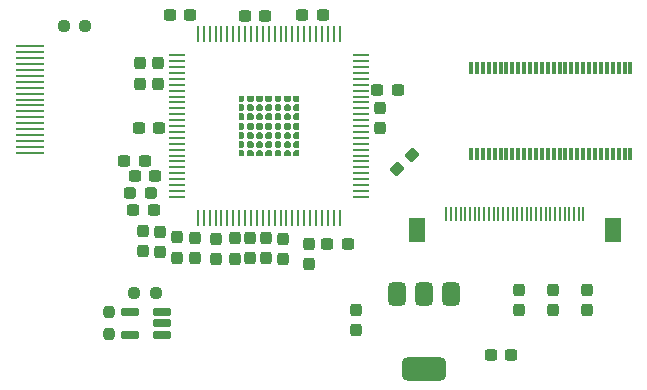
<source format=gtp>
G04 #@! TF.GenerationSoftware,KiCad,Pcbnew,8.0.4*
G04 #@! TF.CreationDate,2024-08-03T17:03:47+02:00*
G04 #@! TF.ProjectId,koyomi-hdmi-lvds,6b6f796f-6d69-42d6-9864-6d692d6c7664,rev?*
G04 #@! TF.SameCoordinates,Original*
G04 #@! TF.FileFunction,Paste,Top*
G04 #@! TF.FilePolarity,Positive*
%FSLAX46Y46*%
G04 Gerber Fmt 4.6, Leading zero omitted, Abs format (unit mm)*
G04 Created by KiCad (PCBNEW 8.0.4) date 2024-08-03 17:03:47*
%MOMM*%
%LPD*%
G01*
G04 APERTURE LIST*
G04 Aperture macros list*
%AMRoundRect*
0 Rectangle with rounded corners*
0 $1 Rounding radius*
0 $2 $3 $4 $5 $6 $7 $8 $9 X,Y pos of 4 corners*
0 Add a 4 corners polygon primitive as box body*
4,1,4,$2,$3,$4,$5,$6,$7,$8,$9,$2,$3,0*
0 Add four circle primitives for the rounded corners*
1,1,$1+$1,$2,$3*
1,1,$1+$1,$4,$5*
1,1,$1+$1,$6,$7*
1,1,$1+$1,$8,$9*
0 Add four rect primitives between the rounded corners*
20,1,$1+$1,$2,$3,$4,$5,0*
20,1,$1+$1,$4,$5,$6,$7,0*
20,1,$1+$1,$6,$7,$8,$9,0*
20,1,$1+$1,$8,$9,$2,$3,0*%
G04 Aperture macros list end*
%ADD10C,0.000000*%
%ADD11RoundRect,0.237500X0.300000X0.237500X-0.300000X0.237500X-0.300000X-0.237500X0.300000X-0.237500X0*%
%ADD12O,2.400000X0.250000*%
%ADD13RoundRect,0.237500X-0.250000X-0.237500X0.250000X-0.237500X0.250000X0.237500X-0.250000X0.237500X0*%
%ADD14RoundRect,0.162500X0.617500X0.162500X-0.617500X0.162500X-0.617500X-0.162500X0.617500X-0.162500X0*%
%ADD15RoundRect,0.237500X-0.237500X0.300000X-0.237500X-0.300000X0.237500X-0.300000X0.237500X0.300000X0*%
%ADD16RoundRect,0.237500X-0.237500X0.250000X-0.237500X-0.250000X0.237500X-0.250000X0.237500X0.250000X0*%
%ADD17RoundRect,0.237500X0.237500X-0.287500X0.237500X0.287500X-0.237500X0.287500X-0.237500X-0.287500X0*%
%ADD18RoundRect,0.237500X0.237500X-0.300000X0.237500X0.300000X-0.237500X0.300000X-0.237500X-0.300000X0*%
%ADD19RoundRect,0.375000X-0.375000X0.625000X-0.375000X-0.625000X0.375000X-0.625000X0.375000X0.625000X0*%
%ADD20RoundRect,0.500000X-1.400000X0.500000X-1.400000X-0.500000X1.400000X-0.500000X1.400000X0.500000X0*%
%ADD21RoundRect,0.237500X-0.300000X-0.237500X0.300000X-0.237500X0.300000X0.237500X-0.300000X0.237500X0*%
%ADD22RoundRect,0.237500X0.250000X0.237500X-0.250000X0.237500X-0.250000X-0.237500X0.250000X-0.237500X0*%
%ADD23R,0.279400X1.353299*%
%ADD24R,1.353299X0.279400*%
%ADD25RoundRect,0.237500X-0.044194X-0.380070X0.380070X0.044194X0.044194X0.380070X-0.380070X-0.044194X0*%
%ADD26RoundRect,0.237500X-0.287500X-0.237500X0.287500X-0.237500X0.287500X0.237500X-0.287500X0.237500X0*%
%ADD27R,0.200000X1.200000*%
%ADD28R,1.400000X2.000000*%
%ADD29RoundRect,0.009000X-0.141000X0.491000X-0.141000X-0.491000X0.141000X-0.491000X0.141000X0.491000X0*%
G04 APERTURE END LIST*
D10*
G36*
X95727448Y-56600078D02*
G01*
X95586027Y-56741499D01*
X95270878Y-56741499D01*
X95270878Y-56284929D01*
X95727448Y-56284929D01*
X95727448Y-56600078D01*
G37*
G36*
X95727448Y-61019920D02*
G01*
X95727448Y-61335069D01*
X95270878Y-61335069D01*
X95270878Y-60878499D01*
X95586027Y-60878499D01*
X95727448Y-61019920D01*
G37*
G36*
X100321018Y-56741499D02*
G01*
X100005869Y-56741499D01*
X99864448Y-56600078D01*
X99864448Y-56284929D01*
X100321018Y-56284929D01*
X100321018Y-56741499D01*
G37*
G36*
X100321018Y-61335069D02*
G01*
X99864448Y-61335069D01*
X99864448Y-61019920D01*
X100005869Y-60878499D01*
X100321018Y-60878499D01*
X100321018Y-61335069D01*
G37*
G36*
X95727448Y-57082920D02*
G01*
X95727448Y-57387478D01*
X95586027Y-57528899D01*
X95270878Y-57528899D01*
X95270878Y-56941499D01*
X95586027Y-56941499D01*
X95727448Y-57082920D01*
G37*
G36*
X95727448Y-57870320D02*
G01*
X95727448Y-58174878D01*
X95586027Y-58316299D01*
X95270878Y-58316299D01*
X95270878Y-57728899D01*
X95586027Y-57728899D01*
X95727448Y-57870320D01*
G37*
G36*
X95727448Y-58657720D02*
G01*
X95727448Y-58962278D01*
X95586027Y-59103699D01*
X95270878Y-59103699D01*
X95270878Y-58516299D01*
X95586027Y-58516299D01*
X95727448Y-58657720D01*
G37*
G36*
X95727448Y-59445120D02*
G01*
X95727448Y-59749678D01*
X95586027Y-59891099D01*
X95270878Y-59891099D01*
X95270878Y-59303699D01*
X95586027Y-59303699D01*
X95727448Y-59445120D01*
G37*
G36*
X95727448Y-60232520D02*
G01*
X95727448Y-60537078D01*
X95586027Y-60678499D01*
X95270878Y-60678499D01*
X95270878Y-60091099D01*
X95586027Y-60091099D01*
X95727448Y-60232520D01*
G37*
G36*
X96514848Y-56600078D02*
G01*
X96373427Y-56741499D01*
X96068869Y-56741499D01*
X95927448Y-56600078D01*
X95927448Y-56284929D01*
X96514848Y-56284929D01*
X96514848Y-56600078D01*
G37*
G36*
X96514848Y-61019920D02*
G01*
X96514848Y-61335069D01*
X95927448Y-61335069D01*
X95927448Y-61019920D01*
X96068869Y-60878499D01*
X96373427Y-60878499D01*
X96514848Y-61019920D01*
G37*
G36*
X97302248Y-56600078D02*
G01*
X97160827Y-56741499D01*
X96856269Y-56741499D01*
X96714848Y-56600078D01*
X96714848Y-56284929D01*
X97302248Y-56284929D01*
X97302248Y-56600078D01*
G37*
G36*
X97302248Y-61019920D02*
G01*
X97302248Y-61335069D01*
X96714848Y-61335069D01*
X96714848Y-61019920D01*
X96856269Y-60878499D01*
X97160827Y-60878499D01*
X97302248Y-61019920D01*
G37*
G36*
X98089648Y-56600078D02*
G01*
X97948227Y-56741499D01*
X97643669Y-56741499D01*
X97502248Y-56600078D01*
X97502248Y-56284929D01*
X98089648Y-56284929D01*
X98089648Y-56600078D01*
G37*
G36*
X98089648Y-61019920D02*
G01*
X98089648Y-61335069D01*
X97502248Y-61335069D01*
X97502248Y-61019920D01*
X97643669Y-60878499D01*
X97948227Y-60878499D01*
X98089648Y-61019920D01*
G37*
G36*
X98877048Y-56600078D02*
G01*
X98735627Y-56741499D01*
X98431069Y-56741499D01*
X98289648Y-56600078D01*
X98289648Y-56284929D01*
X98877048Y-56284929D01*
X98877048Y-56600078D01*
G37*
G36*
X98877048Y-61019920D02*
G01*
X98877048Y-61335069D01*
X98289648Y-61335069D01*
X98289648Y-61019920D01*
X98431069Y-60878499D01*
X98735627Y-60878499D01*
X98877048Y-61019920D01*
G37*
G36*
X99664448Y-56600078D02*
G01*
X99523027Y-56741499D01*
X99218469Y-56741499D01*
X99077048Y-56600078D01*
X99077048Y-56284929D01*
X99664448Y-56284929D01*
X99664448Y-56600078D01*
G37*
G36*
X99664448Y-61019920D02*
G01*
X99664448Y-61335069D01*
X99077048Y-61335069D01*
X99077048Y-61019920D01*
X99218469Y-60878499D01*
X99523027Y-60878499D01*
X99664448Y-61019920D01*
G37*
G36*
X100321018Y-57528899D02*
G01*
X100005869Y-57528899D01*
X99864448Y-57387478D01*
X99864448Y-57082920D01*
X100005869Y-56941499D01*
X100321018Y-56941499D01*
X100321018Y-57528899D01*
G37*
G36*
X100321018Y-58316299D02*
G01*
X100005869Y-58316299D01*
X99864448Y-58174878D01*
X99864448Y-57870320D01*
X100005869Y-57728899D01*
X100321018Y-57728899D01*
X100321018Y-58316299D01*
G37*
G36*
X100321018Y-59103699D02*
G01*
X100005869Y-59103699D01*
X99864448Y-58962278D01*
X99864448Y-58657720D01*
X100005869Y-58516299D01*
X100321018Y-58516299D01*
X100321018Y-59103699D01*
G37*
G36*
X100321018Y-59891099D02*
G01*
X100005869Y-59891099D01*
X99864448Y-59749678D01*
X99864448Y-59445120D01*
X100005869Y-59303699D01*
X100321018Y-59303699D01*
X100321018Y-59891099D01*
G37*
G36*
X100321018Y-60678499D02*
G01*
X100005869Y-60678499D01*
X99864448Y-60537078D01*
X99864448Y-60232520D01*
X100005869Y-60091099D01*
X100321018Y-60091099D01*
X100321018Y-60678499D01*
G37*
G36*
X96514848Y-57082920D02*
G01*
X96514848Y-57387478D01*
X96373427Y-57528899D01*
X96068869Y-57528899D01*
X95927448Y-57387478D01*
X95927448Y-57082920D01*
X96068869Y-56941499D01*
X96373427Y-56941499D01*
X96514848Y-57082920D01*
G37*
G36*
X96514848Y-57870320D02*
G01*
X96514848Y-58174878D01*
X96373427Y-58316299D01*
X96068869Y-58316299D01*
X95927448Y-58174878D01*
X95927448Y-57870320D01*
X96068869Y-57728899D01*
X96373427Y-57728899D01*
X96514848Y-57870320D01*
G37*
G36*
X96514848Y-58657720D02*
G01*
X96514848Y-58962278D01*
X96373427Y-59103699D01*
X96068869Y-59103699D01*
X95927448Y-58962278D01*
X95927448Y-58657720D01*
X96068869Y-58516299D01*
X96373427Y-58516299D01*
X96514848Y-58657720D01*
G37*
G36*
X96514848Y-59445120D02*
G01*
X96514848Y-59749678D01*
X96373427Y-59891099D01*
X96068869Y-59891099D01*
X95927448Y-59749678D01*
X95927448Y-59445120D01*
X96068869Y-59303699D01*
X96373427Y-59303699D01*
X96514848Y-59445120D01*
G37*
G36*
X96514848Y-60232520D02*
G01*
X96514848Y-60537078D01*
X96373427Y-60678499D01*
X96068869Y-60678499D01*
X95927448Y-60537078D01*
X95927448Y-60232520D01*
X96068869Y-60091099D01*
X96373427Y-60091099D01*
X96514848Y-60232520D01*
G37*
G36*
X97302248Y-57082920D02*
G01*
X97302248Y-57387478D01*
X97160827Y-57528899D01*
X96856269Y-57528899D01*
X96714848Y-57387478D01*
X96714848Y-57082920D01*
X96856269Y-56941499D01*
X97160827Y-56941499D01*
X97302248Y-57082920D01*
G37*
G36*
X97302248Y-57870320D02*
G01*
X97302248Y-58174878D01*
X97160827Y-58316299D01*
X96856269Y-58316299D01*
X96714848Y-58174878D01*
X96714848Y-57870320D01*
X96856269Y-57728899D01*
X97160827Y-57728899D01*
X97302248Y-57870320D01*
G37*
G36*
X97302248Y-58657720D02*
G01*
X97302248Y-58962278D01*
X97160827Y-59103699D01*
X96856269Y-59103699D01*
X96714848Y-58962278D01*
X96714848Y-58657720D01*
X96856269Y-58516299D01*
X97160827Y-58516299D01*
X97302248Y-58657720D01*
G37*
G36*
X97302248Y-59445120D02*
G01*
X97302248Y-59749678D01*
X97160827Y-59891099D01*
X96856269Y-59891099D01*
X96714848Y-59749678D01*
X96714848Y-59445120D01*
X96856269Y-59303699D01*
X97160827Y-59303699D01*
X97302248Y-59445120D01*
G37*
G36*
X97302248Y-60232520D02*
G01*
X97302248Y-60537078D01*
X97160827Y-60678499D01*
X96856269Y-60678499D01*
X96714848Y-60537078D01*
X96714848Y-60232520D01*
X96856269Y-60091099D01*
X97160827Y-60091099D01*
X97302248Y-60232520D01*
G37*
G36*
X98089648Y-57082920D02*
G01*
X98089648Y-57387478D01*
X97948227Y-57528899D01*
X97643669Y-57528899D01*
X97502248Y-57387478D01*
X97502248Y-57082920D01*
X97643669Y-56941499D01*
X97948227Y-56941499D01*
X98089648Y-57082920D01*
G37*
G36*
X98089648Y-57870320D02*
G01*
X98089648Y-58174878D01*
X97948227Y-58316299D01*
X97643669Y-58316299D01*
X97502248Y-58174878D01*
X97502248Y-57870320D01*
X97643669Y-57728899D01*
X97948227Y-57728899D01*
X98089648Y-57870320D01*
G37*
G36*
X98089648Y-58657720D02*
G01*
X98089648Y-58962278D01*
X97948227Y-59103699D01*
X97643669Y-59103699D01*
X97502248Y-58962278D01*
X97502248Y-58657720D01*
X97643669Y-58516299D01*
X97948227Y-58516299D01*
X98089648Y-58657720D01*
G37*
G36*
X98089648Y-59445120D02*
G01*
X98089648Y-59749678D01*
X97948227Y-59891099D01*
X97643669Y-59891099D01*
X97502248Y-59749678D01*
X97502248Y-59445120D01*
X97643669Y-59303699D01*
X97948227Y-59303699D01*
X98089648Y-59445120D01*
G37*
G36*
X98089648Y-60232520D02*
G01*
X98089648Y-60537078D01*
X97948227Y-60678499D01*
X97643669Y-60678499D01*
X97502248Y-60537078D01*
X97502248Y-60232520D01*
X97643669Y-60091099D01*
X97948227Y-60091099D01*
X98089648Y-60232520D01*
G37*
G36*
X98877048Y-57082920D02*
G01*
X98877048Y-57387478D01*
X98735627Y-57528899D01*
X98431069Y-57528899D01*
X98289648Y-57387478D01*
X98289648Y-57082920D01*
X98431069Y-56941499D01*
X98735627Y-56941499D01*
X98877048Y-57082920D01*
G37*
G36*
X98877048Y-57870320D02*
G01*
X98877048Y-58174878D01*
X98735627Y-58316299D01*
X98431069Y-58316299D01*
X98289648Y-58174878D01*
X98289648Y-57870320D01*
X98431069Y-57728899D01*
X98735627Y-57728899D01*
X98877048Y-57870320D01*
G37*
G36*
X98877048Y-58657720D02*
G01*
X98877048Y-58962278D01*
X98735627Y-59103699D01*
X98431069Y-59103699D01*
X98289648Y-58962278D01*
X98289648Y-58657720D01*
X98431069Y-58516299D01*
X98735627Y-58516299D01*
X98877048Y-58657720D01*
G37*
G36*
X98877048Y-59445120D02*
G01*
X98877048Y-59749678D01*
X98735627Y-59891099D01*
X98431069Y-59891099D01*
X98289648Y-59749678D01*
X98289648Y-59445120D01*
X98431069Y-59303699D01*
X98735627Y-59303699D01*
X98877048Y-59445120D01*
G37*
G36*
X98877048Y-60232520D02*
G01*
X98877048Y-60537078D01*
X98735627Y-60678499D01*
X98431069Y-60678499D01*
X98289648Y-60537078D01*
X98289648Y-60232520D01*
X98431069Y-60091099D01*
X98735627Y-60091099D01*
X98877048Y-60232520D01*
G37*
G36*
X99664448Y-57082920D02*
G01*
X99664448Y-57387478D01*
X99523027Y-57528899D01*
X99218469Y-57528899D01*
X99077048Y-57387478D01*
X99077048Y-57082920D01*
X99218469Y-56941499D01*
X99523027Y-56941499D01*
X99664448Y-57082920D01*
G37*
G36*
X99664448Y-57870320D02*
G01*
X99664448Y-58174878D01*
X99523027Y-58316299D01*
X99218469Y-58316299D01*
X99077048Y-58174878D01*
X99077048Y-57870320D01*
X99218469Y-57728899D01*
X99523027Y-57728899D01*
X99664448Y-57870320D01*
G37*
G36*
X99664448Y-58657720D02*
G01*
X99664448Y-58962278D01*
X99523027Y-59103699D01*
X99218469Y-59103699D01*
X99077048Y-58962278D01*
X99077048Y-58657720D01*
X99218469Y-58516299D01*
X99523027Y-58516299D01*
X99664448Y-58657720D01*
G37*
G36*
X99664448Y-59445120D02*
G01*
X99664448Y-59749678D01*
X99523027Y-59891099D01*
X99218469Y-59891099D01*
X99077048Y-59749678D01*
X99077048Y-59445120D01*
X99218469Y-59303699D01*
X99523027Y-59303699D01*
X99664448Y-59445120D01*
G37*
G36*
X99664448Y-60232520D02*
G01*
X99664448Y-60537078D01*
X99523027Y-60678499D01*
X99218469Y-60678499D01*
X99077048Y-60537078D01*
X99077048Y-60232520D01*
X99218469Y-60091099D01*
X99523027Y-60091099D01*
X99664448Y-60232520D01*
G37*
D11*
X88162500Y-63010000D03*
X86437500Y-63010000D03*
D12*
X77550000Y-61070000D03*
X77550000Y-60570000D03*
X77550000Y-60070000D03*
X77550000Y-59570000D03*
X77550000Y-59070000D03*
X77550000Y-58570000D03*
X77550000Y-58070000D03*
X77550000Y-57570000D03*
X77550000Y-57070000D03*
X77550000Y-56570000D03*
X77550000Y-56070000D03*
X77550000Y-55570000D03*
X77550000Y-55070000D03*
X77550000Y-54570000D03*
X77550000Y-54070000D03*
X77550000Y-53570000D03*
X77550000Y-53070000D03*
X77550000Y-52570000D03*
X77550000Y-52070000D03*
D13*
X86397500Y-72907500D03*
X88222500Y-72907500D03*
D14*
X88760000Y-76470000D03*
X88760000Y-75520000D03*
X88760000Y-74570000D03*
X86060000Y-74570000D03*
X86060000Y-76470000D03*
D15*
X105170000Y-74392500D03*
X105170000Y-76117500D03*
X119020000Y-72660000D03*
X119020000Y-74385000D03*
D16*
X84250000Y-74595000D03*
X84250000Y-76420000D03*
D17*
X99000000Y-70105000D03*
X99000000Y-68355000D03*
X88590000Y-69495000D03*
X88590000Y-67745000D03*
D15*
X91582500Y-68285000D03*
X91582500Y-70010000D03*
X101180000Y-68787500D03*
X101180000Y-70512500D03*
D18*
X107230000Y-58982500D03*
X107230000Y-57257500D03*
D19*
X113250000Y-73072500D03*
X110950000Y-73072500D03*
D20*
X110950000Y-79372500D03*
D19*
X108650000Y-73072500D03*
D15*
X94940000Y-68317500D03*
X94940000Y-70042500D03*
D21*
X102769500Y-68834000D03*
X104494500Y-68834000D03*
D11*
X88050000Y-65880000D03*
X86325000Y-65880000D03*
D22*
X82272500Y-50370000D03*
X80447500Y-50370000D03*
D18*
X88392000Y-55218500D03*
X88392000Y-53493500D03*
D21*
X116607500Y-78210000D03*
X118332500Y-78210000D03*
D15*
X90040000Y-68217500D03*
X90040000Y-69942500D03*
X121880000Y-72660000D03*
X121880000Y-74385000D03*
X93330000Y-68367500D03*
X93330000Y-70092500D03*
D23*
X91795947Y-66585947D03*
X92295949Y-66585947D03*
X92795948Y-66585947D03*
X93295947Y-66585947D03*
X93795948Y-66585947D03*
X94295947Y-66585947D03*
X94795949Y-66585947D03*
X95295948Y-66585947D03*
X95795947Y-66585947D03*
X96295948Y-66585947D03*
X96795947Y-66585947D03*
X97295946Y-66585947D03*
X97795948Y-66585947D03*
X98295947Y-66585947D03*
X98795949Y-66585947D03*
X99295948Y-66585947D03*
X99795947Y-66585947D03*
X100295948Y-66585947D03*
X100795947Y-66585947D03*
X101295949Y-66585947D03*
X101795948Y-66585947D03*
X102295947Y-66585947D03*
X102795948Y-66585947D03*
X103295947Y-66585947D03*
X103795949Y-66585947D03*
D24*
X105571896Y-64810000D03*
X105571896Y-64309998D03*
X105571896Y-63809999D03*
X105571896Y-63310000D03*
X105571896Y-62809999D03*
X105571896Y-62310000D03*
X105571896Y-61809998D03*
X105571896Y-61309999D03*
X105571896Y-60810000D03*
X105571896Y-60309999D03*
X105571896Y-59810000D03*
X105571896Y-59309998D03*
X105571896Y-58809999D03*
X105571896Y-58310000D03*
X105571896Y-57809998D03*
X105571896Y-57309999D03*
X105571896Y-56809998D03*
X105571896Y-56309999D03*
X105571896Y-55810000D03*
X105571896Y-55309998D03*
X105571896Y-54809999D03*
X105571896Y-54309998D03*
X105571896Y-53809999D03*
X105571896Y-53310000D03*
X105571896Y-52809998D03*
D23*
X103795949Y-51034051D03*
X103295947Y-51034051D03*
X102795948Y-51034051D03*
X102295949Y-51034051D03*
X101795948Y-51034051D03*
X101295949Y-51034051D03*
X100795947Y-51034051D03*
X100295948Y-51034051D03*
X99795949Y-51034051D03*
X99295948Y-51034051D03*
X98795949Y-51034051D03*
X98295947Y-51034051D03*
X97795948Y-51034051D03*
X97295949Y-51034051D03*
X96795947Y-51034051D03*
X96295948Y-51034051D03*
X95795947Y-51034051D03*
X95295948Y-51034051D03*
X94795949Y-51034051D03*
X94295947Y-51034051D03*
X93795948Y-51034051D03*
X93295947Y-51034051D03*
X92795948Y-51034051D03*
X92295949Y-51034051D03*
X91795947Y-51034051D03*
D24*
X90020000Y-52809998D03*
X90020000Y-53310000D03*
X90020000Y-53809999D03*
X90020000Y-54309998D03*
X90020000Y-54809999D03*
X90020000Y-55309998D03*
X90020000Y-55810000D03*
X90020000Y-56309999D03*
X90020000Y-56809998D03*
X90020000Y-57309999D03*
X90020000Y-57809998D03*
X90020000Y-58310000D03*
X90020000Y-58809999D03*
X90020000Y-59309998D03*
X90020000Y-59810000D03*
X90020000Y-60309999D03*
X90020000Y-60810000D03*
X90020000Y-61309999D03*
X90020000Y-61809998D03*
X90020000Y-62310000D03*
X90020000Y-62809999D03*
X90020000Y-63310000D03*
X90020000Y-63809999D03*
X90020000Y-64309998D03*
X90020000Y-64810000D03*
D15*
X124730000Y-72660000D03*
X124730000Y-74385000D03*
D25*
X108690120Y-62469880D03*
X109909880Y-61250120D03*
D26*
X86055000Y-64440000D03*
X87805000Y-64440000D03*
D15*
X87110000Y-67707500D03*
X87110000Y-69432500D03*
D21*
X106977500Y-55780000D03*
X108702500Y-55780000D03*
D11*
X91172500Y-49420000D03*
X89447500Y-49420000D03*
D17*
X97540000Y-70015000D03*
X97540000Y-68265000D03*
D11*
X87292500Y-61770000D03*
X85567500Y-61770000D03*
D21*
X95758000Y-49530000D03*
X97483000Y-49530000D03*
D18*
X86870000Y-55222500D03*
X86870000Y-53497500D03*
D15*
X96210000Y-68277500D03*
X96210000Y-70002500D03*
D21*
X100637500Y-49400000D03*
X102362500Y-49400000D03*
D11*
X88542500Y-59000000D03*
X86817500Y-59000000D03*
D27*
X112840000Y-66225000D03*
X113240000Y-66225000D03*
X113640000Y-66225000D03*
X114040000Y-66225000D03*
X114440000Y-66225000D03*
X114840000Y-66225000D03*
X115240000Y-66225000D03*
X115640000Y-66225000D03*
X116040000Y-66225000D03*
X116440000Y-66225000D03*
X116840000Y-66225000D03*
X117240000Y-66225000D03*
X117640000Y-66225000D03*
X118040000Y-66225000D03*
X118440000Y-66225000D03*
X118840000Y-66225000D03*
X119240000Y-66225000D03*
X119640000Y-66225000D03*
X120040000Y-66225000D03*
X120440000Y-66225000D03*
X120840000Y-66225000D03*
X121240000Y-66225000D03*
X121640000Y-66225000D03*
X122040000Y-66225000D03*
X122440000Y-66225000D03*
X122840000Y-66225000D03*
X123240000Y-66225000D03*
X123640000Y-66225000D03*
X124040000Y-66225000D03*
X124440000Y-66225000D03*
D28*
X110340000Y-67595000D03*
X126940000Y-67595000D03*
D29*
X128420000Y-53880000D03*
X127920000Y-53880000D03*
X127420000Y-53880000D03*
X126920000Y-53880000D03*
X126420000Y-53880000D03*
X125920000Y-53880000D03*
X125420000Y-53880000D03*
X124920000Y-53880000D03*
X124420000Y-53880000D03*
X123920000Y-53880000D03*
X123420000Y-53880000D03*
X122920000Y-53880000D03*
X122420000Y-53880000D03*
X121920000Y-53880000D03*
X121420000Y-53880000D03*
X120920000Y-53880000D03*
X120420000Y-53880000D03*
X119920000Y-53880000D03*
X119420000Y-53880000D03*
X118920000Y-53880000D03*
X118420000Y-53880000D03*
X117920000Y-53880000D03*
X117420000Y-53880000D03*
X116920000Y-53880000D03*
X116420000Y-53880000D03*
X115920000Y-53880000D03*
X115420000Y-53880000D03*
X114920000Y-53880000D03*
X114920000Y-61140000D03*
X115420000Y-61140000D03*
X115920000Y-61140000D03*
X116420000Y-61140000D03*
X116920000Y-61140000D03*
X117420000Y-61140000D03*
X117920000Y-61140000D03*
X118420000Y-61140000D03*
X118920000Y-61140000D03*
X119420000Y-61140000D03*
X119920000Y-61140000D03*
X120420000Y-61140000D03*
X120920000Y-61140000D03*
X121420000Y-61140000D03*
X121920000Y-61140000D03*
X122420000Y-61140000D03*
X122920000Y-61140000D03*
X123420000Y-61140000D03*
X123920000Y-61140000D03*
X124420000Y-61140000D03*
X124920000Y-61140000D03*
X125420000Y-61140000D03*
X125920000Y-61140000D03*
X126420000Y-61140000D03*
X126920000Y-61140000D03*
X127420000Y-61140000D03*
X127920000Y-61140000D03*
X128420000Y-61140000D03*
M02*

</source>
